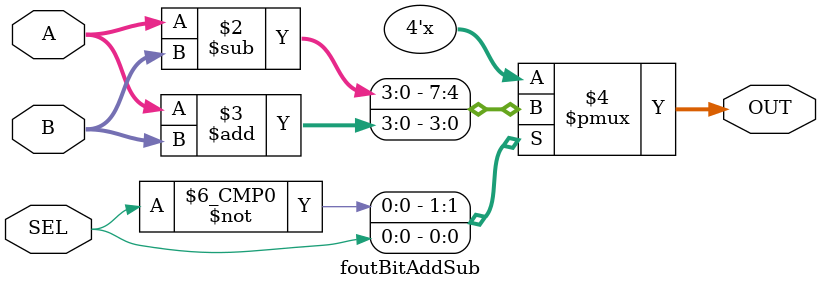
<source format=sv>
`timescale 1ns / 1ps
module foutBitAddSub(A,B,SEL,OUT); 

	input [3:0] A,B;
	input SEL;
	output reg [3:0] OUT;
	
	always @ ( A or B or SEL)
	begin 
		case (SEL)
			1'b0:OUT = A-B;
			1'b1:OUT = A+B;
		endcase
	end
endmodule

</source>
